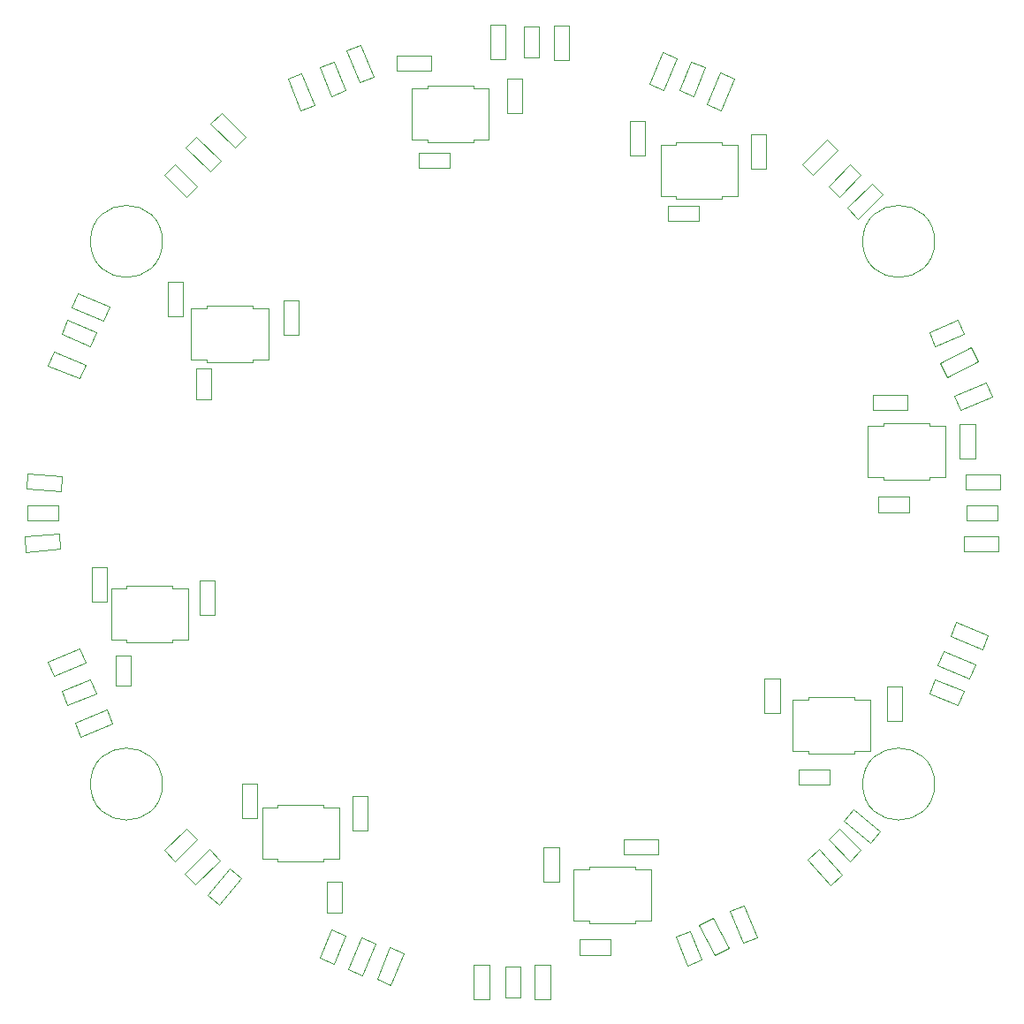
<source format=gbr>
%TF.GenerationSoftware,KiCad,Pcbnew,9.0.6-9.0.6~ubuntu22.04.1*%
%TF.CreationDate,2025-11-25T23:45:25+09:00*%
%TF.ProjectId,LineSensor,4c696e65-5365-46e7-936f-722e6b696361,rev?*%
%TF.SameCoordinates,Original*%
%TF.FileFunction,Other,User*%
%FSLAX46Y46*%
G04 Gerber Fmt 4.6, Leading zero omitted, Abs format (unit mm)*
G04 Created by KiCad (PCBNEW 9.0.6-9.0.6~ubuntu22.04.1) date 2025-11-25 23:45:25*
%MOMM*%
%LPD*%
G01*
G04 APERTURE LIST*
%ADD10C,0.050000*%
G04 APERTURE END LIST*
D10*
%TO.C,R15*%
X163143339Y-58902001D02*
X164406194Y-55853198D01*
X164406194Y-55853198D02*
X165755059Y-56411917D01*
X164492204Y-59460720D02*
X163143339Y-58902001D01*
X165755059Y-56411917D02*
X164492204Y-59460720D01*
%TO.C,D34*%
X180257099Y-131289475D02*
X181289475Y-130257099D01*
X181289475Y-130257099D02*
X183382511Y-132350135D01*
X182350135Y-133382511D02*
X180257099Y-131289475D01*
X183382511Y-132350135D02*
X182350135Y-133382511D01*
%TO.C,D45*%
X165626035Y-140624504D02*
X166979723Y-140077578D01*
X166734871Y-143368968D02*
X165626035Y-140624504D01*
X166979723Y-140077578D02*
X168088559Y-142822042D01*
X168088559Y-142822042D02*
X166734871Y-143368968D01*
%TO.C,R16*%
X177771851Y-66595773D02*
X180105303Y-64262321D01*
X178804227Y-67628149D02*
X177771851Y-66595773D01*
X180105303Y-64262321D02*
X181137679Y-65294697D01*
X181137679Y-65294697D02*
X178804227Y-67628149D01*
%TO.C,R18*%
X170826226Y-138177554D02*
X172179914Y-137630629D01*
X172062428Y-141237261D02*
X170826226Y-138177554D01*
X172179914Y-137630629D02*
X173416116Y-140690336D01*
X173416116Y-140690336D02*
X172062428Y-141237261D01*
%TO.C,R22*%
X138937500Y-56170000D02*
X142237500Y-56170000D01*
X138937500Y-57630000D02*
X138937500Y-56170000D01*
X142237500Y-56170000D02*
X142237500Y-57630000D01*
X142237500Y-57630000D02*
X138937500Y-57630000D01*
%TO.C,C10*%
X156393226Y-140890423D02*
X159353226Y-140890423D01*
X156393226Y-142350423D02*
X156393226Y-140890423D01*
X159353226Y-140890423D02*
X159353226Y-142350423D01*
X159353226Y-142350423D02*
X156393226Y-142350423D01*
%TO.C,R10*%
X128444941Y-58411918D02*
X129793805Y-57853200D01*
X129707797Y-61460720D02*
X128444941Y-58411918D01*
X129793805Y-57853200D02*
X131056661Y-60902002D01*
X131056661Y-60902002D02*
X129707797Y-61460720D01*
%TO.C,R39*%
X134232746Y-143765309D02*
X135495602Y-140716507D01*
X135495602Y-140716507D02*
X136844466Y-141275225D01*
X135581610Y-144324027D02*
X134232746Y-143765309D01*
X136844466Y-141275225D02*
X135581610Y-144324027D01*
%TO.C,R21*%
X149470000Y-58362500D02*
X150930000Y-58362500D01*
X149470000Y-61662500D02*
X149470000Y-58362500D01*
X150930000Y-58362500D02*
X150930000Y-61662500D01*
X150930000Y-61662500D02*
X149470000Y-61662500D01*
%TO.C,R27*%
X192870000Y-91537500D02*
X194330000Y-91537500D01*
X192870000Y-94837500D02*
X192870000Y-91537500D01*
X194330000Y-91537500D02*
X194330000Y-94837500D01*
X194330000Y-94837500D02*
X192870000Y-94837500D01*
%TO.C,R44*%
X103401683Y-97662944D02*
X103528930Y-96208500D01*
X103528930Y-96208500D02*
X106816373Y-96496114D01*
X106689126Y-97950558D02*
X103401683Y-97662944D01*
X106816373Y-96496114D02*
X106689126Y-97950558D01*
%TO.C,U8*%
X164178000Y-64723000D02*
X165678000Y-64723000D01*
X164178000Y-69643000D02*
X164178000Y-64723000D01*
X165678000Y-64483000D02*
X170078000Y-64483000D01*
X165678000Y-64723000D02*
X165678000Y-64483000D01*
X165678000Y-69643000D02*
X164178000Y-69643000D01*
X165678000Y-69883000D02*
X165678000Y-69643000D01*
X170078000Y-64483000D02*
X170078000Y-64723000D01*
X170078000Y-64723000D02*
X171578000Y-64723000D01*
X170078000Y-69643000D02*
X170078000Y-69883000D01*
X170078000Y-69883000D02*
X165678000Y-69883000D01*
X171578000Y-64723000D02*
X171578000Y-69643000D01*
X171578000Y-69643000D02*
X170078000Y-69643000D01*
%TO.C,D36*%
X151097000Y-53387500D02*
X152557000Y-53387500D01*
X151097000Y-56347500D02*
X151097000Y-53387500D01*
X152557000Y-53387500D02*
X152557000Y-56347500D01*
X152557000Y-56347500D02*
X151097000Y-56347500D01*
%TO.C,D41*%
X106778720Y-117112692D02*
X109513404Y-115979950D01*
X107337438Y-118461558D02*
X106778720Y-117112692D01*
X109513404Y-115979950D02*
X110072122Y-117328816D01*
X110072122Y-117328816D02*
X107337438Y-118461558D01*
%TO.C,R3*%
X108053200Y-120106195D02*
X111102002Y-118843339D01*
X108611918Y-121455059D02*
X108053200Y-120106195D01*
X111102002Y-118843339D02*
X111660720Y-120192203D01*
X111660720Y-120192203D02*
X108611918Y-121455059D01*
%TO.C,R25*%
X172855000Y-63750500D02*
X174315000Y-63750500D01*
X172855000Y-67050500D02*
X172855000Y-63750500D01*
X174315000Y-63750500D02*
X174315000Y-67050500D01*
X174315000Y-67050500D02*
X172855000Y-67050500D01*
%TO.C,D44*%
X149270000Y-143520000D02*
X150730000Y-143520000D01*
X149270000Y-146480000D02*
X149270000Y-143520000D01*
X150730000Y-143520000D02*
X150730000Y-146480000D01*
X150730000Y-146480000D02*
X149270000Y-146480000D01*
%TO.C,R36*%
X193278000Y-102251000D02*
X196578000Y-102251000D01*
X193278000Y-103711000D02*
X193278000Y-102251000D01*
X196578000Y-102251000D02*
X196578000Y-103711000D01*
X196578000Y-103711000D02*
X193278000Y-103711000D01*
%TO.C,D49*%
X165979950Y-59513404D02*
X167112692Y-56778720D01*
X167112692Y-56778720D02*
X168461558Y-57337438D01*
X167328816Y-60072122D02*
X165979950Y-59513404D01*
X168461558Y-57337438D02*
X167328816Y-60072122D01*
%TO.C,U6*%
X140342000Y-59317000D02*
X141842000Y-59317000D01*
X140342000Y-64237000D02*
X140342000Y-59317000D01*
X141842000Y-59077000D02*
X146242000Y-59077000D01*
X141842000Y-59317000D02*
X141842000Y-59077000D01*
X141842000Y-64237000D02*
X140342000Y-64237000D01*
X141842000Y-64477000D02*
X141842000Y-64237000D01*
X146242000Y-59077000D02*
X146242000Y-59317000D01*
X146242000Y-59317000D02*
X147742000Y-59317000D01*
X146242000Y-64237000D02*
X146242000Y-64477000D01*
X146242000Y-64477000D02*
X141842000Y-64477000D01*
X147742000Y-59317000D02*
X147742000Y-64237000D01*
X147742000Y-64237000D02*
X146242000Y-64237000D01*
%TO.C,R29*%
X152978000Y-132043500D02*
X154438000Y-132043500D01*
X152978000Y-135343500D02*
X152978000Y-132043500D01*
X154438000Y-132043500D02*
X154438000Y-135343500D01*
X154438000Y-135343500D02*
X152978000Y-135343500D01*
%TO.C,R5*%
X134648000Y-127130500D02*
X136108000Y-127130500D01*
X134648000Y-130430500D02*
X134648000Y-127130500D01*
X136108000Y-127130500D02*
X136108000Y-130430500D01*
X136108000Y-130430500D02*
X134648000Y-130430500D01*
%TO.C,D47*%
X189927878Y-82671184D02*
X192662562Y-81538442D01*
X190486596Y-84020050D02*
X189927878Y-82671184D01*
X192662562Y-81538442D02*
X193221280Y-82887308D01*
X193221280Y-82887308D02*
X190486596Y-84020050D01*
%TO.C,R12*%
X105465240Y-85879004D02*
X106023958Y-84530140D01*
X106023958Y-84530140D02*
X109072760Y-85792996D01*
X108514042Y-87141860D02*
X105465240Y-85879004D01*
X109072760Y-85792996D02*
X108514042Y-87141860D01*
%TO.C,U9*%
X155850000Y-134146000D02*
X157350000Y-134146000D01*
X155850000Y-139066000D02*
X155850000Y-134146000D01*
X157350000Y-133906000D02*
X161750000Y-133906000D01*
X157350000Y-134146000D02*
X157350000Y-133906000D01*
X157350000Y-139066000D02*
X155850000Y-139066000D01*
X157350000Y-139306000D02*
X157350000Y-139066000D01*
X161750000Y-133906000D02*
X161750000Y-134146000D01*
X161750000Y-134146000D02*
X163250000Y-134146000D01*
X161750000Y-139066000D02*
X161750000Y-139306000D01*
X161750000Y-139306000D02*
X157350000Y-139306000D01*
X163250000Y-134146000D02*
X163250000Y-139066000D01*
X163250000Y-139066000D02*
X161750000Y-139066000D01*
%TO.C,C8*%
X140995000Y-65470000D02*
X143955000Y-65470000D01*
X140995000Y-66930000D02*
X140995000Y-65470000D01*
X143955000Y-65470000D02*
X143955000Y-66930000D01*
X143955000Y-66930000D02*
X140995000Y-66930000D01*
%TO.C,C6*%
X132170000Y-138354999D02*
X132170001Y-135395000D01*
X132170001Y-135395000D02*
X133630000Y-135395001D01*
X133629999Y-138355000D02*
X132170000Y-138354999D01*
X133630000Y-135395001D02*
X133629999Y-138355000D01*
%TO.C,R7*%
X119990000Y-106530000D02*
X121450000Y-106530000D01*
X119990000Y-109830000D02*
X119990000Y-106530000D01*
X121450000Y-106530000D02*
X121450000Y-109830000D01*
X121450000Y-109830000D02*
X119990000Y-109830000D01*
%TO.C,D46*%
X193520000Y-99270000D02*
X196480000Y-99270000D01*
X193520000Y-100730000D02*
X193520000Y-99270000D01*
X196480000Y-99270000D02*
X196480000Y-100730000D01*
X196480000Y-100730000D02*
X193520000Y-100730000D01*
%TO.C,R26*%
X161270000Y-62462500D02*
X162730000Y-62462500D01*
X161270000Y-65762500D02*
X161270000Y-62462500D01*
X162730000Y-62462500D02*
X162730000Y-65762500D01*
X162730000Y-65762500D02*
X161270000Y-65762500D01*
%TO.C,U5*%
X119200000Y-80440000D02*
X120700000Y-80440000D01*
X119200000Y-85360000D02*
X119200000Y-80440000D01*
X120700000Y-80200000D02*
X125100000Y-80200000D01*
X120700000Y-80440000D02*
X120700000Y-80200000D01*
X120700000Y-85360000D02*
X119200000Y-85360000D01*
X120700000Y-85600000D02*
X120700000Y-85360000D01*
X125100000Y-80200000D02*
X125100000Y-80440000D01*
X125100000Y-80440000D02*
X126600000Y-80440000D01*
X125100000Y-85360000D02*
X125100000Y-85600000D01*
X125100000Y-85600000D02*
X120700000Y-85600000D01*
X126600000Y-80440000D02*
X126600000Y-85360000D01*
X126600000Y-85360000D02*
X125100000Y-85360000D01*
%TO.C,R46*%
X118571851Y-134595773D02*
X120905303Y-132262321D01*
X119604227Y-135628149D02*
X118571851Y-134595773D01*
X120905303Y-132262321D02*
X121937679Y-133294697D01*
X121937679Y-133294697D02*
X119604227Y-135628149D01*
%TO.C,R56*%
X190753200Y-114593805D02*
X191311918Y-113244941D01*
X191311918Y-113244941D02*
X194360720Y-114507797D01*
X193802002Y-115856661D02*
X190753200Y-114593805D01*
X194360720Y-114507797D02*
X193802002Y-115856661D01*
%TO.C,R8*%
X109672000Y-105212000D02*
X111132000Y-105212000D01*
X109672000Y-108512000D02*
X109672000Y-105212000D01*
X111132000Y-105212000D02*
X111132000Y-108512000D01*
X111132000Y-108512000D02*
X109672000Y-108512000D01*
%TO.C,R38*%
X146302000Y-143331500D02*
X147762000Y-143331500D01*
X146302000Y-146631500D02*
X146302000Y-143331500D01*
X147762000Y-143331500D02*
X147762000Y-146631500D01*
X147762000Y-146631500D02*
X146302000Y-146631500D01*
%TO.C,R17*%
X152146000Y-143306500D02*
X153606000Y-143306500D01*
X152146000Y-146606500D02*
X152146000Y-143306500D01*
X153606000Y-143306500D02*
X153606000Y-146606500D01*
X153606000Y-146606500D02*
X152146000Y-146606500D01*
%TO.C,R1*%
X136992140Y-144711042D02*
X138254996Y-141662240D01*
X138254996Y-141662240D02*
X139603860Y-142220958D01*
X138341004Y-145269760D02*
X136992140Y-144711042D01*
X139603860Y-142220958D02*
X138341004Y-145269760D01*
%TO.C,R2*%
X120793644Y-136593754D02*
X122914843Y-134065808D01*
X121912069Y-137532224D02*
X120793644Y-136593754D01*
X122914843Y-134065808D02*
X124033268Y-135004278D01*
X124033268Y-135004278D02*
X121912069Y-137532224D01*
%TO.C,C5*%
X111970000Y-113645000D02*
X113430000Y-113645000D01*
X111970000Y-116605000D02*
X111970000Y-113645000D01*
X113430000Y-113645000D02*
X113430000Y-116605000D01*
X113430000Y-116605000D02*
X111970000Y-116605000D01*
%TO.C,R40*%
X153987000Y-53299000D02*
X155447000Y-53299000D01*
X153987000Y-56599000D02*
X153987000Y-53299000D01*
X155447000Y-53299000D02*
X155447000Y-56599000D01*
X155447000Y-56599000D02*
X153987000Y-56599000D01*
%TO.C,H1*%
X190450000Y-126000000D02*
G75*
G02*
X183550000Y-126000000I-3450000J0D01*
G01*
X183550000Y-126000000D02*
G75*
G02*
X190450000Y-126000000I3450000J0D01*
G01*
%TO.C,R55*%
X178264021Y-133240396D02*
X179349012Y-132263466D01*
X179349012Y-132263466D02*
X181557143Y-134715844D01*
X180472152Y-135692774D02*
X178264021Y-133240396D01*
X181557143Y-134715844D02*
X180472152Y-135692774D01*
%TO.C,R42*%
X118662321Y-64994697D02*
X119694697Y-63962321D01*
X119694697Y-63962321D02*
X122028149Y-66295773D01*
X120995773Y-67328149D02*
X118662321Y-64994697D01*
X122028149Y-66295773D02*
X120995773Y-67328149D01*
%TO.C,D39*%
X106778720Y-82887308D02*
X107337438Y-81538442D01*
X107337438Y-81538442D02*
X110072122Y-82671184D01*
X109513404Y-84020050D02*
X106778720Y-82887308D01*
X110072122Y-82671184D02*
X109513404Y-84020050D01*
%TO.C,R23*%
X128070199Y-79647960D02*
X129530199Y-79647960D01*
X128070199Y-82947960D02*
X128070199Y-79647960D01*
X129530199Y-79647960D02*
X129530199Y-82947960D01*
X129530199Y-82947960D02*
X128070199Y-82947960D01*
%TO.C,R14*%
X192353200Y-88806195D02*
X195402002Y-87543339D01*
X192911918Y-90155059D02*
X192353200Y-88806195D01*
X195402002Y-87543339D02*
X195960720Y-88892203D01*
X195960720Y-88892203D02*
X192911918Y-90155059D01*
%TO.C,U2*%
X176841000Y-117903000D02*
X178341000Y-117903000D01*
X176841000Y-122823000D02*
X176841000Y-117903000D01*
X178341000Y-117663000D02*
X182741000Y-117663000D01*
X178341000Y-117903000D02*
X178341000Y-117663000D01*
X178341000Y-122823000D02*
X176841000Y-122823000D01*
X178341000Y-123063000D02*
X178341000Y-122823000D01*
X182741000Y-117663000D02*
X182741000Y-117903000D01*
X182741000Y-117903000D02*
X184241000Y-117903000D01*
X182741000Y-122823000D02*
X182741000Y-123063000D01*
X182741000Y-123063000D02*
X178341000Y-123063000D01*
X184241000Y-117903000D02*
X184241000Y-122823000D01*
X184241000Y-122823000D02*
X182741000Y-122823000D01*
%TO.C,R4*%
X103244627Y-102299115D02*
X106532070Y-102011501D01*
X103371874Y-103753559D02*
X103244627Y-102299115D01*
X106532070Y-102011501D02*
X106659317Y-103465945D01*
X106659317Y-103465945D02*
X103371874Y-103753559D01*
%TO.C,R30*%
X160637500Y-131270000D02*
X163937500Y-131270000D01*
X160637500Y-132730000D02*
X160637500Y-131270000D01*
X163937500Y-131270000D02*
X163937500Y-132730000D01*
X163937500Y-132730000D02*
X160637500Y-132730000D01*
%TO.C,R33*%
X168595339Y-60870002D02*
X169858195Y-57821200D01*
X169858195Y-57821200D02*
X171207059Y-58379918D01*
X169944203Y-61428720D02*
X168595339Y-60870002D01*
X171207059Y-58379918D02*
X169944203Y-61428720D01*
%TO.C,D35*%
X189927878Y-117328816D02*
X190486596Y-115979950D01*
X190486596Y-115979950D02*
X193221280Y-117112692D01*
X192662562Y-118461558D02*
X189927878Y-117328816D01*
X193221280Y-117112692D02*
X192662562Y-118461558D01*
%TO.C,U7*%
X184037077Y-91669057D02*
X185537077Y-91669057D01*
X184037077Y-96589057D02*
X184037077Y-91669057D01*
X185537077Y-91429057D02*
X189937077Y-91429057D01*
X185537077Y-91669057D02*
X185537077Y-91429057D01*
X185537077Y-96589057D02*
X184037077Y-96589057D01*
X185537077Y-96829057D02*
X185537077Y-96589057D01*
X189937077Y-91429057D02*
X189937077Y-91669057D01*
X189937077Y-91669057D02*
X191437077Y-91669057D01*
X189937077Y-96589057D02*
X189937077Y-96829057D01*
X189937077Y-96829057D02*
X185537077Y-96829057D01*
X191437077Y-91669057D02*
X191437077Y-96589057D01*
X191437077Y-96589057D02*
X189937077Y-96589057D01*
%TO.C,C4*%
X177406601Y-126065795D02*
X177406602Y-124605796D01*
X177406602Y-124605796D02*
X180366601Y-124605797D01*
X180366600Y-126065796D02*
X177406601Y-126065795D01*
X180366601Y-124605797D02*
X180366600Y-126065796D01*
%TO.C,R11*%
X121071851Y-62704227D02*
X122104227Y-61671851D01*
X122104227Y-61671851D02*
X124437679Y-64005303D01*
X123405303Y-65037679D02*
X121071851Y-62704227D01*
X124437679Y-64005303D02*
X123405303Y-65037679D01*
%TO.C,C11*%
X185020000Y-98470000D02*
X187980000Y-98470000D01*
X185020000Y-99930000D02*
X185020000Y-98470000D01*
X187980000Y-98470000D02*
X187980000Y-99930000D01*
X187980000Y-99930000D02*
X185020000Y-99930000D01*
%TO.C,R20*%
X191953200Y-111793805D02*
X192511918Y-110444941D01*
X192511918Y-110444941D02*
X195560720Y-111707797D01*
X195002002Y-113056661D02*
X191953200Y-111793805D01*
X195560720Y-111707797D02*
X195002002Y-113056661D01*
%TO.C,R41*%
X134044941Y-55711918D02*
X135393805Y-55153200D01*
X135307797Y-58760720D02*
X134044941Y-55711918D01*
X135393805Y-55153200D02*
X136656661Y-58202002D01*
X136656661Y-58202002D02*
X135307797Y-58760720D01*
%TO.C,R19*%
X181767776Y-129512069D02*
X182706246Y-128393644D01*
X182706246Y-128393644D02*
X185234192Y-130514843D01*
X184295722Y-131633268D02*
X181767776Y-129512069D01*
X185234192Y-130514843D02*
X184295722Y-131633268D01*
%TO.C,R34*%
X182071851Y-70795773D02*
X184405303Y-68462321D01*
X183104227Y-71828149D02*
X182071851Y-70795773D01*
X184405303Y-68462321D02*
X185437679Y-69494697D01*
X185437679Y-69494697D02*
X183104227Y-71828149D01*
%TO.C,R35*%
X191008753Y-85693021D02*
X193935888Y-84169251D01*
X191682906Y-86988057D02*
X191008753Y-85693021D01*
X193935888Y-84169251D02*
X194610041Y-85464287D01*
X194610041Y-85464287D02*
X191682906Y-86988057D01*
%TO.C,R45*%
X105453200Y-114306195D02*
X108502002Y-113043339D01*
X106011918Y-115655059D02*
X105453200Y-114306195D01*
X108502002Y-113043339D02*
X109060720Y-114392203D01*
X109060720Y-114392203D02*
X106011918Y-115655059D01*
%TO.C,D43*%
X131538442Y-142662562D02*
X132671184Y-139927878D01*
X132671184Y-139927878D02*
X134020050Y-140486596D01*
X132887308Y-143221280D02*
X131538442Y-142662562D01*
X134020050Y-140486596D02*
X132887308Y-143221280D01*
%TO.C,D48*%
X180257099Y-68710525D02*
X182350135Y-66617489D01*
X181289475Y-69742901D02*
X180257099Y-68710525D01*
X182350135Y-66617489D02*
X183382511Y-67649865D01*
X183382511Y-67649865D02*
X181289475Y-69742901D01*
%TO.C,R28*%
X184537500Y-88670000D02*
X187837500Y-88670000D01*
X184537500Y-90130000D02*
X184537500Y-88670000D01*
X187837500Y-88670000D02*
X187837500Y-90130000D01*
X187837500Y-90130000D02*
X184537500Y-90130000D01*
%TO.C,R6*%
X124065000Y-125940500D02*
X125525000Y-125940500D01*
X124065000Y-129240500D02*
X124065000Y-125940500D01*
X125525000Y-125940500D02*
X125525000Y-129240500D01*
X125525000Y-129240500D02*
X124065000Y-129240500D01*
%TO.C,U3*%
X111518000Y-107236000D02*
X113018000Y-107236000D01*
X111518000Y-112156000D02*
X111518000Y-107236000D01*
X113018000Y-106996000D02*
X117418000Y-106996000D01*
X113018000Y-107236000D02*
X113018000Y-106996000D01*
X113018000Y-112156000D02*
X111518000Y-112156000D01*
X113018000Y-112396000D02*
X113018000Y-112156000D01*
X117418000Y-106996000D02*
X117418000Y-107236000D01*
X117418000Y-107236000D02*
X118918000Y-107236000D01*
X117418000Y-112156000D02*
X117418000Y-112396000D01*
X117418000Y-112396000D02*
X113018000Y-112396000D01*
X118918000Y-107236000D02*
X118918000Y-112156000D01*
X118918000Y-112156000D02*
X117418000Y-112156000D01*
%TO.C,H4*%
X190450000Y-74000000D02*
G75*
G02*
X183550000Y-74000000I-3450000J0D01*
G01*
X183550000Y-74000000D02*
G75*
G02*
X190450000Y-74000000I3450000J0D01*
G01*
%TO.C,R9*%
X147882000Y-53239000D02*
X149342000Y-53239000D01*
X147882000Y-56539000D02*
X147882000Y-53239000D01*
X149342000Y-53239000D02*
X149342000Y-56539000D01*
X149342000Y-56539000D02*
X147882000Y-56539000D01*
%TO.C,C7*%
X119670000Y-89104999D02*
X119670001Y-86145000D01*
X119670001Y-86145000D02*
X121130000Y-86145001D01*
X121129999Y-89105000D02*
X119670000Y-89104999D01*
X121130000Y-86145001D02*
X121129999Y-89105000D01*
%TO.C,R37*%
X167890597Y-139473509D02*
X169185633Y-138799356D01*
X169185633Y-138799356D02*
X170709403Y-141726491D01*
X169414367Y-142400644D02*
X167890597Y-139473509D01*
X170709403Y-141726491D02*
X169414367Y-142400644D01*
%TO.C,D40*%
X103520000Y-99270000D02*
X106480000Y-99270000D01*
X103520000Y-100730000D02*
X103520000Y-99270000D01*
X106480000Y-99270000D02*
X106480000Y-100730000D01*
X106480000Y-100730000D02*
X103520000Y-100730000D01*
%TO.C,U4*%
X125992000Y-128227000D02*
X127492000Y-128227000D01*
X125992000Y-133147000D02*
X125992000Y-128227000D01*
X127492000Y-127987000D02*
X131892000Y-127987000D01*
X127492000Y-128227000D02*
X127492000Y-127987000D01*
X127492000Y-133147000D02*
X125992000Y-133147000D01*
X127492000Y-133387000D02*
X127492000Y-133147000D01*
X131892000Y-127987000D02*
X131892000Y-128227000D01*
X131892000Y-128227000D02*
X133392000Y-128227000D01*
X131892000Y-133147000D02*
X131892000Y-133387000D01*
X131892000Y-133387000D02*
X127492000Y-133387000D01*
X133392000Y-128227000D02*
X133392000Y-133147000D01*
X133392000Y-133147000D02*
X131892000Y-133147000D01*
%TO.C,R13*%
X193396000Y-96318000D02*
X196696000Y-96318000D01*
X193396000Y-97778000D02*
X193396000Y-96318000D01*
X196696000Y-96318000D02*
X196696000Y-97778000D01*
X196696000Y-97778000D02*
X193396000Y-97778000D01*
%TO.C,D42*%
X116617489Y-132350135D02*
X118710525Y-130257099D01*
X117649865Y-133382511D02*
X116617489Y-132350135D01*
X118710525Y-130257099D02*
X119742901Y-131289475D01*
X119742901Y-131289475D02*
X117649865Y-133382511D01*
%TO.C,D38*%
X116617489Y-67649865D02*
X117649865Y-66617489D01*
X117649865Y-66617489D02*
X119742901Y-68710525D01*
X118710525Y-69742901D02*
X116617489Y-67649865D01*
X119742901Y-68710525D02*
X118710525Y-69742901D01*
%TO.C,D37*%
X131538442Y-57337438D02*
X132887308Y-56778720D01*
X132671184Y-60072122D02*
X131538442Y-57337438D01*
X132887308Y-56778720D02*
X134020050Y-59513404D01*
X134020050Y-59513404D02*
X132671184Y-60072122D01*
%TO.C,R24*%
X116970000Y-77837500D02*
X118430000Y-77837500D01*
X116970000Y-81137500D02*
X116970000Y-77837500D01*
X118430000Y-77837500D02*
X118430000Y-81137500D01*
X118430000Y-81137500D02*
X116970000Y-81137500D01*
%TO.C,C9*%
X164866000Y-70597000D02*
X167826000Y-70597000D01*
X164866000Y-72057000D02*
X164866000Y-70597000D01*
X167826000Y-70597000D02*
X167826000Y-72057000D01*
X167826000Y-72057000D02*
X164866000Y-72057000D01*
%TO.C,H2*%
X116450000Y-126000000D02*
G75*
G02*
X109550000Y-126000000I-3450000J0D01*
G01*
X109550000Y-126000000D02*
G75*
G02*
X116450000Y-126000000I3450000J0D01*
G01*
%TO.C,H3*%
X116450000Y-74000000D02*
G75*
G02*
X109550000Y-74000000I-3450000J0D01*
G01*
X109550000Y-74000000D02*
G75*
G02*
X116450000Y-74000000I3450000J0D01*
G01*
%TO.C,R31*%
X174151338Y-115860040D02*
X175611338Y-115860040D01*
X174151338Y-119160040D02*
X174151338Y-115860040D01*
X175611338Y-115860040D02*
X175611338Y-119160040D01*
X175611338Y-119160040D02*
X174151338Y-119160040D01*
%TO.C,R43*%
X107734200Y-80313805D02*
X108292918Y-78964941D01*
X108292918Y-78964941D02*
X111341720Y-80227797D01*
X110783002Y-81576661D02*
X107734200Y-80313805D01*
X111341720Y-80227797D02*
X110783002Y-81576661D01*
%TO.C,R32*%
X185882537Y-116630499D02*
X187342537Y-116630499D01*
X185882537Y-119930499D02*
X185882537Y-116630499D01*
X187342537Y-116630499D02*
X187342537Y-119930499D01*
X187342537Y-119930499D02*
X185882537Y-119930499D01*
%TD*%
M02*

</source>
